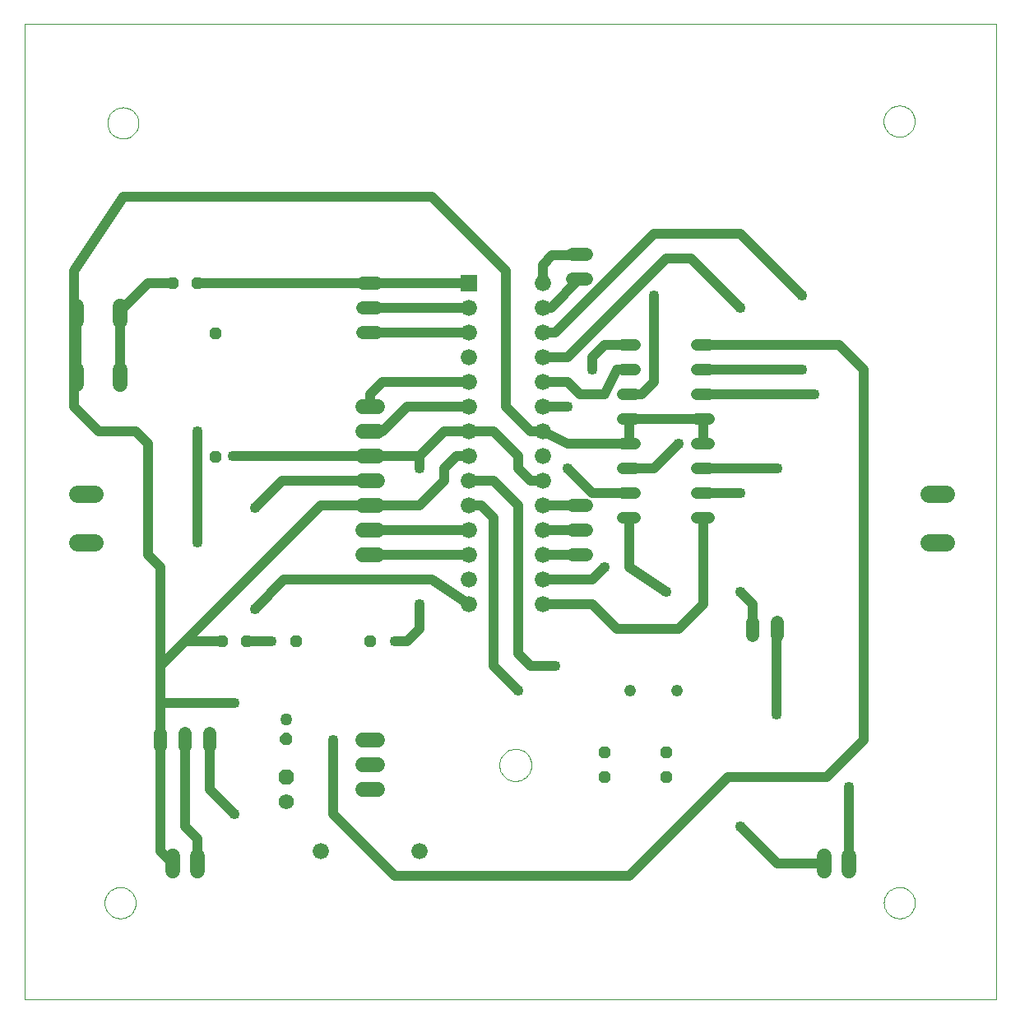
<source format=gbl>
G75*
%MOIN*%
%OFA0B0*%
%FSLAX24Y24*%
%IPPOS*%
%LPD*%
%AMOC8*
5,1,8,0,0,1.08239X$1,22.5*
%
%ADD10C,0.0000*%
%ADD11OC8,0.0480*%
%ADD12C,0.0600*%
%ADD13C,0.0480*%
%ADD14C,0.0480*%
%ADD15R,0.0660X0.0660*%
%ADD16C,0.0660*%
%ADD17C,0.0705*%
%ADD18C,0.0540*%
%ADD19OC8,0.0620*%
%ADD20C,0.0620*%
%ADD21OC8,0.0500*%
%ADD22C,0.0500*%
%ADD23C,0.0400*%
%ADD24R,0.0356X0.0356*%
D10*
X000100Y000100D02*
X000100Y039596D01*
X039470Y039596D01*
X039470Y000100D01*
X000100Y000100D01*
X003352Y004021D02*
X003354Y004071D01*
X003360Y004121D01*
X003370Y004170D01*
X003384Y004218D01*
X003401Y004265D01*
X003422Y004310D01*
X003447Y004354D01*
X003475Y004395D01*
X003507Y004434D01*
X003541Y004471D01*
X003578Y004505D01*
X003618Y004535D01*
X003660Y004562D01*
X003704Y004586D01*
X003750Y004607D01*
X003797Y004623D01*
X003845Y004636D01*
X003895Y004645D01*
X003944Y004650D01*
X003995Y004651D01*
X004045Y004648D01*
X004094Y004641D01*
X004143Y004630D01*
X004191Y004615D01*
X004237Y004597D01*
X004282Y004575D01*
X004325Y004549D01*
X004366Y004520D01*
X004405Y004488D01*
X004441Y004453D01*
X004473Y004415D01*
X004503Y004375D01*
X004530Y004332D01*
X004553Y004288D01*
X004572Y004242D01*
X004588Y004194D01*
X004600Y004145D01*
X004608Y004096D01*
X004612Y004046D01*
X004612Y003996D01*
X004608Y003946D01*
X004600Y003897D01*
X004588Y003848D01*
X004572Y003800D01*
X004553Y003754D01*
X004530Y003710D01*
X004503Y003667D01*
X004473Y003627D01*
X004441Y003589D01*
X004405Y003554D01*
X004366Y003522D01*
X004325Y003493D01*
X004282Y003467D01*
X004237Y003445D01*
X004191Y003427D01*
X004143Y003412D01*
X004094Y003401D01*
X004045Y003394D01*
X003995Y003391D01*
X003944Y003392D01*
X003895Y003397D01*
X003845Y003406D01*
X003797Y003419D01*
X003750Y003435D01*
X003704Y003456D01*
X003660Y003480D01*
X003618Y003507D01*
X003578Y003537D01*
X003541Y003571D01*
X003507Y003608D01*
X003475Y003647D01*
X003447Y003688D01*
X003422Y003732D01*
X003401Y003777D01*
X003384Y003824D01*
X003370Y003872D01*
X003360Y003921D01*
X003354Y003971D01*
X003352Y004021D01*
X019350Y009600D02*
X019352Y009650D01*
X019358Y009700D01*
X019368Y009750D01*
X019381Y009798D01*
X019398Y009846D01*
X019419Y009892D01*
X019443Y009936D01*
X019471Y009978D01*
X019502Y010018D01*
X019536Y010055D01*
X019573Y010090D01*
X019612Y010121D01*
X019653Y010150D01*
X019697Y010175D01*
X019743Y010197D01*
X019790Y010215D01*
X019838Y010229D01*
X019887Y010240D01*
X019937Y010247D01*
X019987Y010250D01*
X020038Y010249D01*
X020088Y010244D01*
X020138Y010235D01*
X020186Y010223D01*
X020234Y010206D01*
X020280Y010186D01*
X020325Y010163D01*
X020368Y010136D01*
X020408Y010106D01*
X020446Y010073D01*
X020481Y010037D01*
X020514Y009998D01*
X020543Y009957D01*
X020569Y009914D01*
X020592Y009869D01*
X020611Y009822D01*
X020626Y009774D01*
X020638Y009725D01*
X020646Y009675D01*
X020650Y009625D01*
X020650Y009575D01*
X020646Y009525D01*
X020638Y009475D01*
X020626Y009426D01*
X020611Y009378D01*
X020592Y009331D01*
X020569Y009286D01*
X020543Y009243D01*
X020514Y009202D01*
X020481Y009163D01*
X020446Y009127D01*
X020408Y009094D01*
X020368Y009064D01*
X020325Y009037D01*
X020280Y009014D01*
X020234Y008994D01*
X020186Y008977D01*
X020138Y008965D01*
X020088Y008956D01*
X020038Y008951D01*
X019987Y008950D01*
X019937Y008953D01*
X019887Y008960D01*
X019838Y008971D01*
X019790Y008985D01*
X019743Y009003D01*
X019697Y009025D01*
X019653Y009050D01*
X019612Y009079D01*
X019573Y009110D01*
X019536Y009145D01*
X019502Y009182D01*
X019471Y009222D01*
X019443Y009264D01*
X019419Y009308D01*
X019398Y009354D01*
X019381Y009402D01*
X019368Y009450D01*
X019358Y009500D01*
X019352Y009550D01*
X019350Y009600D01*
X034931Y004021D02*
X034933Y004071D01*
X034939Y004121D01*
X034949Y004170D01*
X034963Y004218D01*
X034980Y004265D01*
X035001Y004310D01*
X035026Y004354D01*
X035054Y004395D01*
X035086Y004434D01*
X035120Y004471D01*
X035157Y004505D01*
X035197Y004535D01*
X035239Y004562D01*
X035283Y004586D01*
X035329Y004607D01*
X035376Y004623D01*
X035424Y004636D01*
X035474Y004645D01*
X035523Y004650D01*
X035574Y004651D01*
X035624Y004648D01*
X035673Y004641D01*
X035722Y004630D01*
X035770Y004615D01*
X035816Y004597D01*
X035861Y004575D01*
X035904Y004549D01*
X035945Y004520D01*
X035984Y004488D01*
X036020Y004453D01*
X036052Y004415D01*
X036082Y004375D01*
X036109Y004332D01*
X036132Y004288D01*
X036151Y004242D01*
X036167Y004194D01*
X036179Y004145D01*
X036187Y004096D01*
X036191Y004046D01*
X036191Y003996D01*
X036187Y003946D01*
X036179Y003897D01*
X036167Y003848D01*
X036151Y003800D01*
X036132Y003754D01*
X036109Y003710D01*
X036082Y003667D01*
X036052Y003627D01*
X036020Y003589D01*
X035984Y003554D01*
X035945Y003522D01*
X035904Y003493D01*
X035861Y003467D01*
X035816Y003445D01*
X035770Y003427D01*
X035722Y003412D01*
X035673Y003401D01*
X035624Y003394D01*
X035574Y003391D01*
X035523Y003392D01*
X035474Y003397D01*
X035424Y003406D01*
X035376Y003419D01*
X035329Y003435D01*
X035283Y003456D01*
X035239Y003480D01*
X035197Y003507D01*
X035157Y003537D01*
X035120Y003571D01*
X035086Y003608D01*
X035054Y003647D01*
X035026Y003688D01*
X035001Y003732D01*
X034980Y003777D01*
X034963Y003824D01*
X034949Y003872D01*
X034939Y003921D01*
X034933Y003971D01*
X034931Y004021D01*
X034923Y035671D02*
X034925Y035721D01*
X034931Y035771D01*
X034941Y035820D01*
X034955Y035868D01*
X034972Y035915D01*
X034993Y035960D01*
X035018Y036004D01*
X035046Y036045D01*
X035078Y036084D01*
X035112Y036121D01*
X035149Y036155D01*
X035189Y036185D01*
X035231Y036212D01*
X035275Y036236D01*
X035321Y036257D01*
X035368Y036273D01*
X035416Y036286D01*
X035466Y036295D01*
X035515Y036300D01*
X035566Y036301D01*
X035616Y036298D01*
X035665Y036291D01*
X035714Y036280D01*
X035762Y036265D01*
X035808Y036247D01*
X035853Y036225D01*
X035896Y036199D01*
X035937Y036170D01*
X035976Y036138D01*
X036012Y036103D01*
X036044Y036065D01*
X036074Y036025D01*
X036101Y035982D01*
X036124Y035938D01*
X036143Y035892D01*
X036159Y035844D01*
X036171Y035795D01*
X036179Y035746D01*
X036183Y035696D01*
X036183Y035646D01*
X036179Y035596D01*
X036171Y035547D01*
X036159Y035498D01*
X036143Y035450D01*
X036124Y035404D01*
X036101Y035360D01*
X036074Y035317D01*
X036044Y035277D01*
X036012Y035239D01*
X035976Y035204D01*
X035937Y035172D01*
X035896Y035143D01*
X035853Y035117D01*
X035808Y035095D01*
X035762Y035077D01*
X035714Y035062D01*
X035665Y035051D01*
X035616Y035044D01*
X035566Y035041D01*
X035515Y035042D01*
X035466Y035047D01*
X035416Y035056D01*
X035368Y035069D01*
X035321Y035085D01*
X035275Y035106D01*
X035231Y035130D01*
X035189Y035157D01*
X035149Y035187D01*
X035112Y035221D01*
X035078Y035258D01*
X035046Y035297D01*
X035018Y035338D01*
X034993Y035382D01*
X034972Y035427D01*
X034955Y035474D01*
X034941Y035522D01*
X034931Y035571D01*
X034925Y035621D01*
X034923Y035671D01*
X003470Y035600D02*
X003472Y035650D01*
X003478Y035700D01*
X003488Y035749D01*
X003502Y035797D01*
X003519Y035844D01*
X003540Y035889D01*
X003565Y035933D01*
X003593Y035974D01*
X003625Y036013D01*
X003659Y036050D01*
X003696Y036084D01*
X003736Y036114D01*
X003778Y036141D01*
X003822Y036165D01*
X003868Y036186D01*
X003915Y036202D01*
X003963Y036215D01*
X004013Y036224D01*
X004062Y036229D01*
X004113Y036230D01*
X004163Y036227D01*
X004212Y036220D01*
X004261Y036209D01*
X004309Y036194D01*
X004355Y036176D01*
X004400Y036154D01*
X004443Y036128D01*
X004484Y036099D01*
X004523Y036067D01*
X004559Y036032D01*
X004591Y035994D01*
X004621Y035954D01*
X004648Y035911D01*
X004671Y035867D01*
X004690Y035821D01*
X004706Y035773D01*
X004718Y035724D01*
X004726Y035675D01*
X004730Y035625D01*
X004730Y035575D01*
X004726Y035525D01*
X004718Y035476D01*
X004706Y035427D01*
X004690Y035379D01*
X004671Y035333D01*
X004648Y035289D01*
X004621Y035246D01*
X004591Y035206D01*
X004559Y035168D01*
X004523Y035133D01*
X004484Y035101D01*
X004443Y035072D01*
X004400Y035046D01*
X004355Y035024D01*
X004309Y035006D01*
X004261Y034991D01*
X004212Y034980D01*
X004163Y034973D01*
X004113Y034970D01*
X004062Y034971D01*
X004013Y034976D01*
X003963Y034985D01*
X003915Y034998D01*
X003868Y035014D01*
X003822Y035035D01*
X003778Y035059D01*
X003736Y035086D01*
X003696Y035116D01*
X003659Y035150D01*
X003625Y035187D01*
X003593Y035226D01*
X003565Y035267D01*
X003540Y035311D01*
X003519Y035356D01*
X003502Y035403D01*
X003488Y035451D01*
X003478Y035500D01*
X003472Y035550D01*
X003470Y035600D01*
D11*
X006100Y029100D03*
X007100Y029100D03*
X007848Y027076D03*
X007848Y022076D03*
X008100Y014600D03*
X009100Y014600D03*
X011100Y014600D03*
X014100Y014600D03*
X023600Y010100D03*
X023600Y009100D03*
X026100Y009100D03*
X026100Y010100D03*
D12*
X032500Y005900D02*
X032500Y005300D01*
X033500Y005300D02*
X033500Y005900D01*
X014400Y008600D02*
X013800Y008600D01*
X013800Y009600D02*
X014400Y009600D01*
X014400Y010600D02*
X013800Y010600D01*
X007100Y005900D02*
X007100Y005300D01*
X006100Y005300D02*
X006100Y005900D01*
X013800Y018100D02*
X014400Y018100D01*
X014400Y019100D02*
X013800Y019100D01*
X013800Y020100D02*
X014400Y020100D01*
X014400Y021100D02*
X013800Y021100D01*
X013800Y022100D02*
X014400Y022100D01*
X014400Y023100D02*
X013800Y023100D01*
X013800Y024100D02*
X014400Y024100D01*
X003990Y025020D02*
X003990Y025620D01*
X002210Y025620D02*
X002210Y025020D01*
X002210Y027580D02*
X002210Y028180D01*
X003990Y028180D02*
X003990Y027580D01*
D13*
X024360Y026600D02*
X024840Y026600D01*
X024840Y025600D02*
X024360Y025600D01*
X024360Y024600D02*
X024840Y024600D01*
X024840Y023600D02*
X024360Y023600D01*
X024360Y022600D02*
X024840Y022600D01*
X024840Y021600D02*
X024360Y021600D01*
X024360Y020600D02*
X024840Y020600D01*
X024840Y019600D02*
X024360Y019600D01*
X027360Y019600D02*
X027840Y019600D01*
X027840Y020600D02*
X027360Y020600D01*
X027360Y021600D02*
X027840Y021600D01*
X027840Y022600D02*
X027360Y022600D01*
X027360Y023600D02*
X027840Y023600D01*
X027840Y024600D02*
X027360Y024600D01*
X027360Y025600D02*
X027840Y025600D01*
X027840Y026600D02*
X027360Y026600D01*
D14*
X026550Y012600D03*
X024650Y012600D03*
D15*
X018100Y029100D03*
D16*
X018100Y028100D03*
X018100Y027100D03*
X018100Y026100D03*
X018100Y025100D03*
X018100Y024100D03*
X018100Y023100D03*
X018100Y022100D03*
X018100Y021100D03*
X018100Y020100D03*
X018100Y019100D03*
X018100Y018100D03*
X018100Y017100D03*
X018100Y016100D03*
X021100Y016100D03*
X021100Y017100D03*
X021100Y018100D03*
X021100Y019100D03*
X021100Y020100D03*
X021100Y021100D03*
X021100Y022100D03*
X021100Y023100D03*
X021100Y024100D03*
X021100Y025100D03*
X021100Y026100D03*
X021100Y027100D03*
X021100Y028100D03*
X021100Y029100D03*
X016100Y006100D03*
X012100Y006100D03*
D17*
X002953Y018616D02*
X002248Y018616D01*
X002248Y020584D02*
X002953Y020584D01*
X036748Y020584D02*
X037453Y020584D01*
X037453Y018616D02*
X036748Y018616D01*
D18*
X030600Y015370D02*
X030600Y014830D01*
X029600Y014830D02*
X029600Y015370D01*
X022870Y018100D02*
X022330Y018100D01*
X022330Y019100D02*
X022870Y019100D01*
X022870Y020100D02*
X022330Y020100D01*
X014370Y027100D02*
X013830Y027100D01*
X013830Y028100D02*
X014370Y028100D01*
X014370Y029100D02*
X013830Y029100D01*
X022328Y029264D02*
X022868Y029264D01*
X022868Y030264D02*
X022328Y030264D01*
X007600Y010870D02*
X007600Y010330D01*
X006600Y010330D02*
X006600Y010870D01*
X005600Y010870D02*
X005600Y010330D01*
D19*
X010730Y009104D03*
D20*
X010730Y008104D03*
D21*
X010730Y010645D03*
D22*
X010730Y011445D03*
D23*
X012600Y010600D02*
X012600Y007600D01*
X015100Y005100D01*
X024600Y005100D01*
X028600Y009100D01*
X032600Y009100D01*
X034100Y010600D01*
X034100Y025600D01*
X033100Y026600D01*
X027600Y026600D01*
X027600Y025600D02*
X031600Y025600D01*
X032100Y024600D02*
X027600Y024600D01*
X027600Y023600D02*
X024600Y023600D01*
X024600Y022600D01*
X022100Y022600D01*
X021100Y023100D01*
X020600Y023100D01*
X019600Y024100D01*
X019600Y029600D01*
X016600Y032600D01*
X004100Y032600D01*
X002100Y029600D01*
X002100Y027990D01*
X002100Y024100D01*
X003100Y023100D01*
X004600Y023100D01*
X005100Y022600D01*
X005100Y018100D01*
X005600Y017600D01*
X005600Y013600D01*
X006600Y014600D01*
X012100Y020100D01*
X014100Y020100D01*
X016100Y020100D01*
X017100Y021100D01*
X017100Y021600D01*
X017600Y022100D01*
X018100Y022100D01*
X018100Y021100D02*
X019100Y021100D01*
X020100Y020100D01*
X020100Y014100D01*
X020600Y013600D01*
X021600Y013600D01*
X020100Y012600D02*
X019100Y013600D01*
X019100Y019600D01*
X018600Y020100D01*
X018100Y020100D01*
X018100Y019100D02*
X014100Y019100D01*
X014100Y018100D02*
X018100Y018100D01*
X016600Y017100D02*
X010628Y017100D01*
X009446Y015919D01*
X009100Y014600D02*
X010100Y014600D01*
X008100Y014600D02*
X006600Y014600D01*
X005600Y013600D02*
X005600Y012100D01*
X008600Y012100D01*
X007600Y010600D02*
X007600Y008600D01*
X008600Y007600D01*
X007100Y006600D02*
X007100Y005600D01*
X007100Y006600D02*
X006600Y007100D01*
X006600Y010600D01*
X005600Y010600D02*
X005600Y006100D01*
X006100Y005600D01*
X005600Y010600D02*
X005600Y012100D01*
X007100Y018600D02*
X007100Y023100D01*
X008565Y022108D02*
X008769Y022100D01*
X014100Y022100D01*
X016100Y022100D01*
X017100Y023100D01*
X018100Y023100D01*
X019100Y023100D01*
X020100Y022100D01*
X020100Y021600D01*
X020600Y021100D01*
X021100Y021100D01*
X022100Y021600D02*
X023100Y020600D01*
X024600Y020600D01*
X024600Y019600D02*
X024600Y017600D01*
X026100Y016600D01*
X026600Y015100D02*
X027600Y016100D01*
X027600Y019600D01*
X027600Y020600D02*
X029100Y020600D01*
X027600Y021600D02*
X030600Y021600D01*
X027600Y022600D02*
X027600Y023600D01*
X026600Y022600D02*
X025600Y021600D01*
X024600Y021600D01*
X022600Y020100D02*
X021100Y020100D01*
X021100Y019100D02*
X022600Y019100D01*
X022600Y018100D02*
X021100Y018100D01*
X021100Y017100D02*
X023100Y017100D01*
X023600Y017600D01*
X023100Y016100D02*
X024100Y015100D01*
X026600Y015100D01*
X029100Y016600D02*
X029600Y016100D01*
X029600Y015100D01*
X030597Y015097D02*
X030600Y015100D01*
X030597Y015097D02*
X030597Y011632D01*
X033500Y008729D02*
X033500Y005600D01*
X032500Y005600D02*
X030600Y005600D01*
X029100Y007100D01*
X023100Y016100D02*
X021100Y016100D01*
X018100Y016100D02*
X016600Y017100D01*
X016100Y016100D02*
X016100Y015100D01*
X015600Y014600D01*
X015100Y014600D01*
X009446Y019998D02*
X010549Y021100D01*
X014100Y021100D01*
X014100Y023100D02*
X014600Y023100D01*
X015600Y024100D01*
X018100Y024100D01*
X018100Y025100D02*
X014600Y025100D01*
X014100Y024600D01*
X014100Y024100D01*
X016100Y022100D02*
X016100Y021600D01*
X021100Y024100D02*
X022100Y024100D01*
X022600Y024600D02*
X023600Y024600D01*
X024100Y025600D01*
X024600Y025600D01*
X025600Y025100D02*
X025600Y028600D01*
X026100Y030100D02*
X022100Y026100D01*
X021100Y026100D01*
X021100Y025100D02*
X022100Y025100D01*
X022600Y024600D01*
X023100Y025600D02*
X023100Y026100D01*
X023600Y026600D01*
X024600Y026600D01*
X025600Y025100D02*
X025100Y024600D01*
X024600Y024600D01*
X021600Y027100D02*
X021100Y027100D01*
X021600Y027100D02*
X025600Y031100D01*
X029100Y031100D01*
X031600Y028600D01*
X029100Y028100D02*
X027100Y030100D01*
X026100Y030100D01*
X022598Y030264D02*
X022564Y030230D01*
X021498Y030230D01*
X021100Y029832D01*
X021100Y029100D01*
X021100Y028100D02*
X021434Y028100D01*
X022598Y029264D01*
X018100Y029100D02*
X014100Y029100D01*
X007848Y029100D01*
X007100Y029100D01*
X006100Y029100D02*
X005100Y029100D01*
X003990Y027990D01*
X003990Y027880D01*
X003990Y025320D01*
X002210Y025320D02*
X002210Y027880D01*
X002100Y027990D01*
X014100Y028100D02*
X018100Y028100D01*
X018100Y027100D02*
X014100Y027100D01*
D24*
X016100Y021600D03*
X016100Y016100D03*
X015100Y014600D03*
X012600Y010600D03*
X008600Y012100D03*
X010100Y014600D03*
X009446Y015919D03*
X007100Y018600D03*
X009446Y019998D03*
X008565Y022108D03*
X007100Y023100D03*
X007848Y029100D03*
X022100Y024100D03*
X023100Y025600D03*
X025600Y028600D03*
X029100Y028100D03*
X031600Y028600D03*
X031600Y025600D03*
X032100Y024600D03*
X030600Y021600D03*
X029100Y020600D03*
X026600Y022600D03*
X022100Y021600D03*
X023600Y017600D03*
X026100Y016600D03*
X029100Y016600D03*
X030597Y011632D03*
X033500Y008729D03*
X029100Y007100D03*
X021600Y013600D03*
X020100Y012600D03*
X008600Y007600D03*
M02*

</source>
